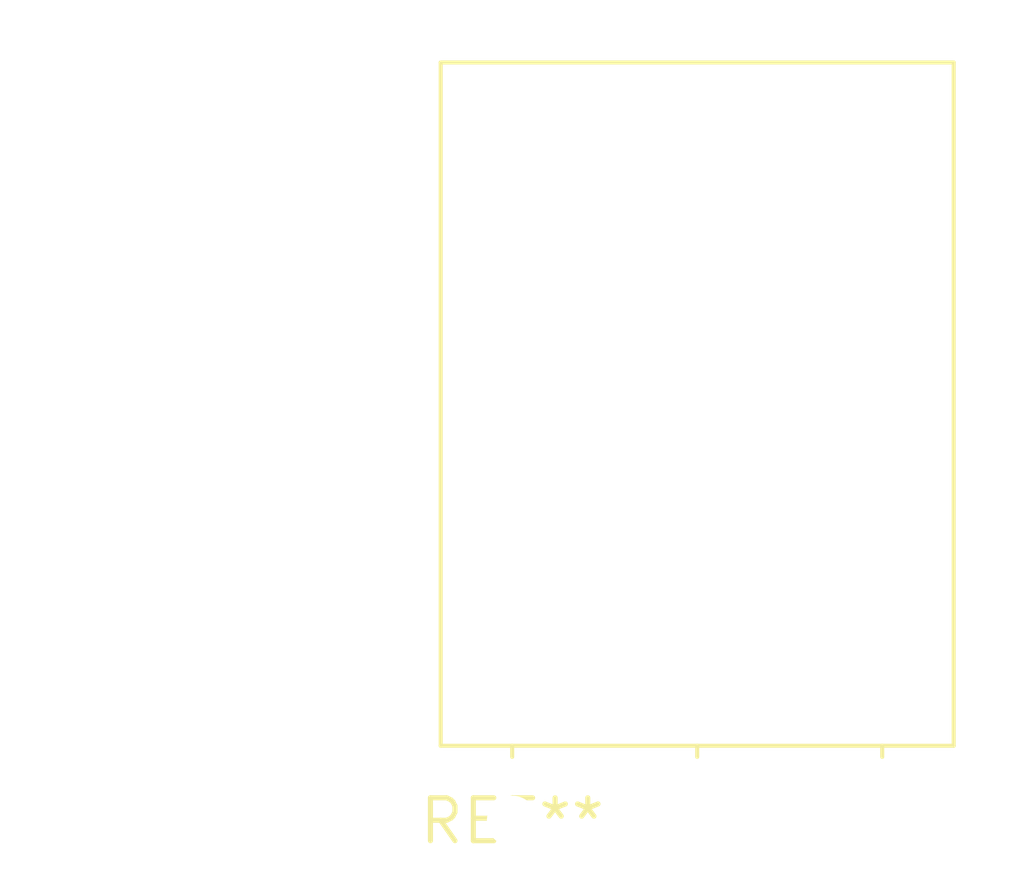
<source format=kicad_pcb>
(kicad_pcb (version 20240108) (generator pcbnew)
  (layers (0 "F.Cu" signal) (31 "B.Cu" signal) (34 "B.Paste" user) (35 "F.Paste" user) (36 "B.SilkS" user "B.Silkscreen") (37 "F.SilkS" user "F.Silkscreen") (38 "B.Mask" user) (39 "F.Mask" user) (44 "Edge.Cuts" user))
  (net 0 "")
  (footprint "TO-218-3_Horizontal_TabDown" (layer "F.Cu") (at 0 0)
    (property "Reference" "REF**")
    (property "Value" "TO-218-3_Horizontal_TabDown")
    (fp_line (start -2.115 -22.45) (end -2.115 -2.23) (layer "F.SilkS") (stroke (width 0.12)))
    (fp_line (start -2.115 -22.45) (end 13.065 -22.45) (layer "F.SilkS") (stroke (width 0.12)))
    (fp_line (start -2.115 -2.23) (end 13.065 -2.23) (layer "F.SilkS") (stroke (width 0.12)))
    (fp_line (start 0 -2.23) (end 0 -1.9) (layer "F.SilkS") (stroke (width 0.12)))
    (fp_line (start 5.475 -2.23) (end 5.475 -1.9) (layer "F.SilkS") (stroke (width 0.12)))
    (fp_line (start 10.95 -2.23) (end 10.95 -1.9) (layer "F.SilkS") (stroke (width 0.12)))
    (fp_line (start 13.065 -22.45) (end 13.065 -2.23) (layer "F.SilkS") (stroke (width 0.12)))
    (pad "" np_thru_hole oval (at 5.475 -18.55) (size 4.04 4.04) (drill 4.04) (layers *.Cu *.Mask))
    (pad "1" thru_hole rect (at 0 0) (size 2.5 3.5) (drill 1.5) (layers *.Cu *.Mask) (remove_unused_layers))
    (pad "2" thru_hole oval (at 5.475 0) (size 2.5 3.5) (drill 1.5) (layers *.Cu *.Mask) (remove_unused_layers))
    (pad "3" thru_hole oval (at 10.95 0) (size 2.5 3.5) (drill 1.5) (layers *.Cu *.Mask) (remove_unused_layers))
  )
)
</source>
